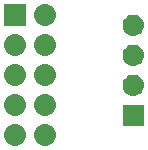
<source format=gbr>
G04 #@! TF.GenerationSoftware,KiCad,Pcbnew,5.1.4-e60b266~84~ubuntu18.04.1*
G04 #@! TF.CreationDate,2019-10-28T16:04:40+08:00*
G04 #@! TF.ProjectId,ST-Adapt,53542d41-6461-4707-942e-6b696361645f,rev?*
G04 #@! TF.SameCoordinates,Original*
G04 #@! TF.FileFunction,Soldermask,Top*
G04 #@! TF.FilePolarity,Negative*
%FSLAX46Y46*%
G04 Gerber Fmt 4.6, Leading zero omitted, Abs format (unit mm)*
G04 Created by KiCad (PCBNEW 5.1.4-e60b266~84~ubuntu18.04.1) date 2019-10-28 16:04:40*
%MOMM*%
%LPD*%
G04 APERTURE LIST*
%ADD10C,0.100000*%
G04 APERTURE END LIST*
D10*
G36*
X138754294Y-95774633D02*
G01*
X138926695Y-95826931D01*
X139085583Y-95911858D01*
X139224849Y-96026151D01*
X139339142Y-96165417D01*
X139424069Y-96324305D01*
X139476367Y-96496706D01*
X139494025Y-96676000D01*
X139476367Y-96855294D01*
X139424069Y-97027695D01*
X139339142Y-97186583D01*
X139224849Y-97325849D01*
X139085583Y-97440142D01*
X138926695Y-97525069D01*
X138754294Y-97577367D01*
X138619931Y-97590600D01*
X138530069Y-97590600D01*
X138395706Y-97577367D01*
X138223305Y-97525069D01*
X138064417Y-97440142D01*
X137925151Y-97325849D01*
X137810858Y-97186583D01*
X137725931Y-97027695D01*
X137673633Y-96855294D01*
X137655975Y-96676000D01*
X137673633Y-96496706D01*
X137725931Y-96324305D01*
X137810858Y-96165417D01*
X137925151Y-96026151D01*
X138064417Y-95911858D01*
X138223305Y-95826931D01*
X138395706Y-95774633D01*
X138530069Y-95761400D01*
X138619931Y-95761400D01*
X138754294Y-95774633D01*
X138754294Y-95774633D01*
G37*
G36*
X141294294Y-95774633D02*
G01*
X141466695Y-95826931D01*
X141625583Y-95911858D01*
X141764849Y-96026151D01*
X141879142Y-96165417D01*
X141964069Y-96324305D01*
X142016367Y-96496706D01*
X142034025Y-96676000D01*
X142016367Y-96855294D01*
X141964069Y-97027695D01*
X141879142Y-97186583D01*
X141764849Y-97325849D01*
X141625583Y-97440142D01*
X141466695Y-97525069D01*
X141294294Y-97577367D01*
X141159931Y-97590600D01*
X141070069Y-97590600D01*
X140935706Y-97577367D01*
X140763305Y-97525069D01*
X140604417Y-97440142D01*
X140465151Y-97325849D01*
X140350858Y-97186583D01*
X140265931Y-97027695D01*
X140213633Y-96855294D01*
X140195975Y-96676000D01*
X140213633Y-96496706D01*
X140265931Y-96324305D01*
X140350858Y-96165417D01*
X140465151Y-96026151D01*
X140604417Y-95911858D01*
X140763305Y-95826931D01*
X140935706Y-95774633D01*
X141070069Y-95761400D01*
X141159931Y-95761400D01*
X141294294Y-95774633D01*
X141294294Y-95774633D01*
G37*
G36*
X149491000Y-95897000D02*
G01*
X147689000Y-95897000D01*
X147689000Y-94095000D01*
X149491000Y-94095000D01*
X149491000Y-95897000D01*
X149491000Y-95897000D01*
G37*
G36*
X138754294Y-93234633D02*
G01*
X138926695Y-93286931D01*
X139085583Y-93371858D01*
X139224849Y-93486151D01*
X139339142Y-93625417D01*
X139424069Y-93784305D01*
X139476367Y-93956706D01*
X139494025Y-94136000D01*
X139476367Y-94315294D01*
X139424069Y-94487695D01*
X139339142Y-94646583D01*
X139224849Y-94785849D01*
X139085583Y-94900142D01*
X138926695Y-94985069D01*
X138754294Y-95037367D01*
X138619931Y-95050600D01*
X138530069Y-95050600D01*
X138395706Y-95037367D01*
X138223305Y-94985069D01*
X138064417Y-94900142D01*
X137925151Y-94785849D01*
X137810858Y-94646583D01*
X137725931Y-94487695D01*
X137673633Y-94315294D01*
X137655975Y-94136000D01*
X137673633Y-93956706D01*
X137725931Y-93784305D01*
X137810858Y-93625417D01*
X137925151Y-93486151D01*
X138064417Y-93371858D01*
X138223305Y-93286931D01*
X138395706Y-93234633D01*
X138530069Y-93221400D01*
X138619931Y-93221400D01*
X138754294Y-93234633D01*
X138754294Y-93234633D01*
G37*
G36*
X141294294Y-93234633D02*
G01*
X141466695Y-93286931D01*
X141625583Y-93371858D01*
X141764849Y-93486151D01*
X141879142Y-93625417D01*
X141964069Y-93784305D01*
X142016367Y-93956706D01*
X142034025Y-94136000D01*
X142016367Y-94315294D01*
X141964069Y-94487695D01*
X141879142Y-94646583D01*
X141764849Y-94785849D01*
X141625583Y-94900142D01*
X141466695Y-94985069D01*
X141294294Y-95037367D01*
X141159931Y-95050600D01*
X141070069Y-95050600D01*
X140935706Y-95037367D01*
X140763305Y-94985069D01*
X140604417Y-94900142D01*
X140465151Y-94785849D01*
X140350858Y-94646583D01*
X140265931Y-94487695D01*
X140213633Y-94315294D01*
X140195975Y-94136000D01*
X140213633Y-93956706D01*
X140265931Y-93784305D01*
X140350858Y-93625417D01*
X140465151Y-93486151D01*
X140604417Y-93371858D01*
X140763305Y-93286931D01*
X140935706Y-93234633D01*
X141070069Y-93221400D01*
X141159931Y-93221400D01*
X141294294Y-93234633D01*
X141294294Y-93234633D01*
G37*
G36*
X148700443Y-91561519D02*
G01*
X148766627Y-91568037D01*
X148936466Y-91619557D01*
X149092991Y-91703222D01*
X149128729Y-91732552D01*
X149230186Y-91815814D01*
X149313448Y-91917271D01*
X149342778Y-91953009D01*
X149426443Y-92109534D01*
X149477963Y-92279373D01*
X149495359Y-92456000D01*
X149477963Y-92632627D01*
X149426443Y-92802466D01*
X149342778Y-92958991D01*
X149313448Y-92994729D01*
X149230186Y-93096186D01*
X149128729Y-93179448D01*
X149092991Y-93208778D01*
X148936466Y-93292443D01*
X148766627Y-93343963D01*
X148700442Y-93350482D01*
X148634260Y-93357000D01*
X148545740Y-93357000D01*
X148479558Y-93350482D01*
X148413373Y-93343963D01*
X148243534Y-93292443D01*
X148087009Y-93208778D01*
X148051271Y-93179448D01*
X147949814Y-93096186D01*
X147866552Y-92994729D01*
X147837222Y-92958991D01*
X147753557Y-92802466D01*
X147702037Y-92632627D01*
X147684641Y-92456000D01*
X147702037Y-92279373D01*
X147753557Y-92109534D01*
X147837222Y-91953009D01*
X147866552Y-91917271D01*
X147949814Y-91815814D01*
X148051271Y-91732552D01*
X148087009Y-91703222D01*
X148243534Y-91619557D01*
X148413373Y-91568037D01*
X148479557Y-91561519D01*
X148545740Y-91555000D01*
X148634260Y-91555000D01*
X148700443Y-91561519D01*
X148700443Y-91561519D01*
G37*
G36*
X138754294Y-90694633D02*
G01*
X138926695Y-90746931D01*
X139085583Y-90831858D01*
X139224849Y-90946151D01*
X139339142Y-91085417D01*
X139424069Y-91244305D01*
X139476367Y-91416706D01*
X139494025Y-91596000D01*
X139476367Y-91775294D01*
X139424069Y-91947695D01*
X139339142Y-92106583D01*
X139224849Y-92245849D01*
X139085583Y-92360142D01*
X138926695Y-92445069D01*
X138754294Y-92497367D01*
X138619931Y-92510600D01*
X138530069Y-92510600D01*
X138395706Y-92497367D01*
X138223305Y-92445069D01*
X138064417Y-92360142D01*
X137925151Y-92245849D01*
X137810858Y-92106583D01*
X137725931Y-91947695D01*
X137673633Y-91775294D01*
X137655975Y-91596000D01*
X137673633Y-91416706D01*
X137725931Y-91244305D01*
X137810858Y-91085417D01*
X137925151Y-90946151D01*
X138064417Y-90831858D01*
X138223305Y-90746931D01*
X138395706Y-90694633D01*
X138530069Y-90681400D01*
X138619931Y-90681400D01*
X138754294Y-90694633D01*
X138754294Y-90694633D01*
G37*
G36*
X141294294Y-90694633D02*
G01*
X141466695Y-90746931D01*
X141625583Y-90831858D01*
X141764849Y-90946151D01*
X141879142Y-91085417D01*
X141964069Y-91244305D01*
X142016367Y-91416706D01*
X142034025Y-91596000D01*
X142016367Y-91775294D01*
X141964069Y-91947695D01*
X141879142Y-92106583D01*
X141764849Y-92245849D01*
X141625583Y-92360142D01*
X141466695Y-92445069D01*
X141294294Y-92497367D01*
X141159931Y-92510600D01*
X141070069Y-92510600D01*
X140935706Y-92497367D01*
X140763305Y-92445069D01*
X140604417Y-92360142D01*
X140465151Y-92245849D01*
X140350858Y-92106583D01*
X140265931Y-91947695D01*
X140213633Y-91775294D01*
X140195975Y-91596000D01*
X140213633Y-91416706D01*
X140265931Y-91244305D01*
X140350858Y-91085417D01*
X140465151Y-90946151D01*
X140604417Y-90831858D01*
X140763305Y-90746931D01*
X140935706Y-90694633D01*
X141070069Y-90681400D01*
X141159931Y-90681400D01*
X141294294Y-90694633D01*
X141294294Y-90694633D01*
G37*
G36*
X148700442Y-89021518D02*
G01*
X148766627Y-89028037D01*
X148936466Y-89079557D01*
X149092991Y-89163222D01*
X149128729Y-89192552D01*
X149230186Y-89275814D01*
X149313448Y-89377271D01*
X149342778Y-89413009D01*
X149426443Y-89569534D01*
X149477963Y-89739373D01*
X149495359Y-89916000D01*
X149477963Y-90092627D01*
X149426443Y-90262466D01*
X149342778Y-90418991D01*
X149313448Y-90454729D01*
X149230186Y-90556186D01*
X149128729Y-90639448D01*
X149092991Y-90668778D01*
X148936466Y-90752443D01*
X148766627Y-90803963D01*
X148700443Y-90810481D01*
X148634260Y-90817000D01*
X148545740Y-90817000D01*
X148479557Y-90810481D01*
X148413373Y-90803963D01*
X148243534Y-90752443D01*
X148087009Y-90668778D01*
X148051271Y-90639448D01*
X147949814Y-90556186D01*
X147866552Y-90454729D01*
X147837222Y-90418991D01*
X147753557Y-90262466D01*
X147702037Y-90092627D01*
X147684641Y-89916000D01*
X147702037Y-89739373D01*
X147753557Y-89569534D01*
X147837222Y-89413009D01*
X147866552Y-89377271D01*
X147949814Y-89275814D01*
X148051271Y-89192552D01*
X148087009Y-89163222D01*
X148243534Y-89079557D01*
X148413373Y-89028037D01*
X148479558Y-89021518D01*
X148545740Y-89015000D01*
X148634260Y-89015000D01*
X148700442Y-89021518D01*
X148700442Y-89021518D01*
G37*
G36*
X141294294Y-88154633D02*
G01*
X141466695Y-88206931D01*
X141625583Y-88291858D01*
X141764849Y-88406151D01*
X141879142Y-88545417D01*
X141964069Y-88704305D01*
X142016367Y-88876706D01*
X142034025Y-89056000D01*
X142016367Y-89235294D01*
X141964069Y-89407695D01*
X141879142Y-89566583D01*
X141764849Y-89705849D01*
X141625583Y-89820142D01*
X141466695Y-89905069D01*
X141294294Y-89957367D01*
X141159931Y-89970600D01*
X141070069Y-89970600D01*
X140935706Y-89957367D01*
X140763305Y-89905069D01*
X140604417Y-89820142D01*
X140465151Y-89705849D01*
X140350858Y-89566583D01*
X140265931Y-89407695D01*
X140213633Y-89235294D01*
X140195975Y-89056000D01*
X140213633Y-88876706D01*
X140265931Y-88704305D01*
X140350858Y-88545417D01*
X140465151Y-88406151D01*
X140604417Y-88291858D01*
X140763305Y-88206931D01*
X140935706Y-88154633D01*
X141070069Y-88141400D01*
X141159931Y-88141400D01*
X141294294Y-88154633D01*
X141294294Y-88154633D01*
G37*
G36*
X138754294Y-88154633D02*
G01*
X138926695Y-88206931D01*
X139085583Y-88291858D01*
X139224849Y-88406151D01*
X139339142Y-88545417D01*
X139424069Y-88704305D01*
X139476367Y-88876706D01*
X139494025Y-89056000D01*
X139476367Y-89235294D01*
X139424069Y-89407695D01*
X139339142Y-89566583D01*
X139224849Y-89705849D01*
X139085583Y-89820142D01*
X138926695Y-89905069D01*
X138754294Y-89957367D01*
X138619931Y-89970600D01*
X138530069Y-89970600D01*
X138395706Y-89957367D01*
X138223305Y-89905069D01*
X138064417Y-89820142D01*
X137925151Y-89705849D01*
X137810858Y-89566583D01*
X137725931Y-89407695D01*
X137673633Y-89235294D01*
X137655975Y-89056000D01*
X137673633Y-88876706D01*
X137725931Y-88704305D01*
X137810858Y-88545417D01*
X137925151Y-88406151D01*
X138064417Y-88291858D01*
X138223305Y-88206931D01*
X138395706Y-88154633D01*
X138530069Y-88141400D01*
X138619931Y-88141400D01*
X138754294Y-88154633D01*
X138754294Y-88154633D01*
G37*
G36*
X148700442Y-86481518D02*
G01*
X148766627Y-86488037D01*
X148936466Y-86539557D01*
X149092991Y-86623222D01*
X149128729Y-86652552D01*
X149230186Y-86735814D01*
X149313448Y-86837271D01*
X149342778Y-86873009D01*
X149426443Y-87029534D01*
X149477963Y-87199373D01*
X149495359Y-87376000D01*
X149477963Y-87552627D01*
X149426443Y-87722466D01*
X149342778Y-87878991D01*
X149313448Y-87914729D01*
X149230186Y-88016186D01*
X149128729Y-88099448D01*
X149092991Y-88128778D01*
X148936466Y-88212443D01*
X148766627Y-88263963D01*
X148700442Y-88270482D01*
X148634260Y-88277000D01*
X148545740Y-88277000D01*
X148479558Y-88270482D01*
X148413373Y-88263963D01*
X148243534Y-88212443D01*
X148087009Y-88128778D01*
X148051271Y-88099448D01*
X147949814Y-88016186D01*
X147866552Y-87914729D01*
X147837222Y-87878991D01*
X147753557Y-87722466D01*
X147702037Y-87552627D01*
X147684641Y-87376000D01*
X147702037Y-87199373D01*
X147753557Y-87029534D01*
X147837222Y-86873009D01*
X147866552Y-86837271D01*
X147949814Y-86735814D01*
X148051271Y-86652552D01*
X148087009Y-86623222D01*
X148243534Y-86539557D01*
X148413373Y-86488037D01*
X148479558Y-86481518D01*
X148545740Y-86475000D01*
X148634260Y-86475000D01*
X148700442Y-86481518D01*
X148700442Y-86481518D01*
G37*
G36*
X139489600Y-87430600D02*
G01*
X137660400Y-87430600D01*
X137660400Y-85601400D01*
X139489600Y-85601400D01*
X139489600Y-87430600D01*
X139489600Y-87430600D01*
G37*
G36*
X141294294Y-85614633D02*
G01*
X141466695Y-85666931D01*
X141625583Y-85751858D01*
X141764849Y-85866151D01*
X141879142Y-86005417D01*
X141964069Y-86164305D01*
X142016367Y-86336706D01*
X142034025Y-86516000D01*
X142016367Y-86695294D01*
X141964069Y-86867695D01*
X141879142Y-87026583D01*
X141764849Y-87165849D01*
X141625583Y-87280142D01*
X141466695Y-87365069D01*
X141294294Y-87417367D01*
X141159931Y-87430600D01*
X141070069Y-87430600D01*
X140935706Y-87417367D01*
X140763305Y-87365069D01*
X140604417Y-87280142D01*
X140465151Y-87165849D01*
X140350858Y-87026583D01*
X140265931Y-86867695D01*
X140213633Y-86695294D01*
X140195975Y-86516000D01*
X140213633Y-86336706D01*
X140265931Y-86164305D01*
X140350858Y-86005417D01*
X140465151Y-85866151D01*
X140604417Y-85751858D01*
X140763305Y-85666931D01*
X140935706Y-85614633D01*
X141070069Y-85601400D01*
X141159931Y-85601400D01*
X141294294Y-85614633D01*
X141294294Y-85614633D01*
G37*
M02*

</source>
